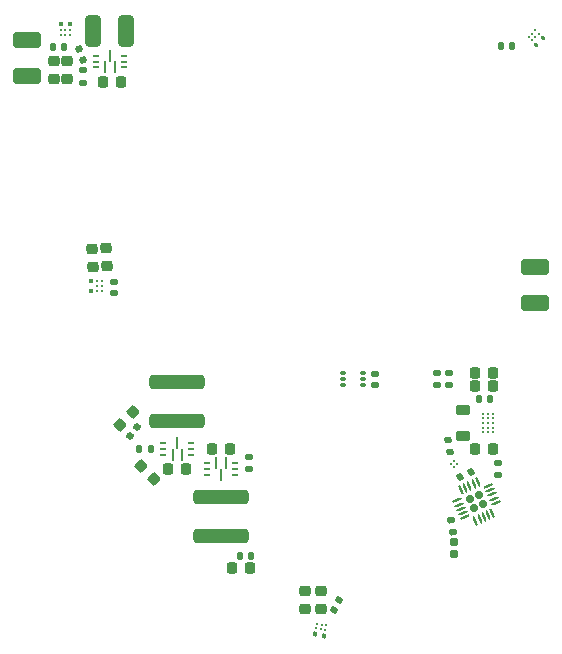
<source format=gbr>
%TF.GenerationSoftware,KiCad,Pcbnew,8.99.0-417-ga763d613e5*%
%TF.CreationDate,2024-05-16T16:31:54-04:00*%
%TF.ProjectId,thundervolt,7468756e-6465-4727-966f-6c742e6b6963,rev?*%
%TF.SameCoordinates,PX85b368ePY7384544*%
%TF.FileFunction,Paste,Top*%
%TF.FilePolarity,Positive*%
%FSLAX46Y46*%
G04 Gerber Fmt 4.6, Leading zero omitted, Abs format (unit mm)*
G04 Created by KiCad (PCBNEW 8.99.0-417-ga763d613e5) date 2024-05-16 16:31:54*
%MOMM*%
%LPD*%
G01*
G04 APERTURE LIST*
G04 Aperture macros list*
%AMRoundRect*
0 Rectangle with rounded corners*
0 $1 Rounding radius*
0 $2 $3 $4 $5 $6 $7 $8 $9 X,Y pos of 4 corners*
0 Add a 4 corners polygon primitive as box body*
4,1,4,$2,$3,$4,$5,$6,$7,$8,$9,$2,$3,0*
0 Add four circle primitives for the rounded corners*
1,1,$1+$1,$2,$3*
1,1,$1+$1,$4,$5*
1,1,$1+$1,$6,$7*
1,1,$1+$1,$8,$9*
0 Add four rect primitives between the rounded corners*
20,1,$1+$1,$2,$3,$4,$5,0*
20,1,$1+$1,$4,$5,$6,$7,0*
20,1,$1+$1,$6,$7,$8,$9,0*
20,1,$1+$1,$8,$9,$2,$3,0*%
%AMFreePoly0*
4,1,14,0.334644,0.085355,0.385355,0.034644,0.400000,-0.000711,0.400000,-0.050000,0.385355,-0.085355,0.350001,-0.100000,-0.350000,-0.100000,-0.385355,-0.085355,-0.400000,-0.050000,-0.400000,0.050000,-0.385355,0.085355,-0.350001,0.100000,0.299289,0.100000,0.334644,0.085355,0.334644,0.085355,$1*%
%AMFreePoly1*
4,1,14,0.385355,0.085355,0.400000,0.050000,0.400000,0.000711,0.385355,-0.034644,0.334644,-0.085355,0.299289,-0.100000,-0.350000,-0.100000,-0.385355,-0.085355,-0.400000,-0.050000,-0.400000,0.050000,-0.385355,0.085355,-0.350001,0.100000,0.350000,0.100000,0.385355,0.085355,0.385355,0.085355,$1*%
%AMFreePoly2*
4,1,14,0.085355,0.385355,0.100000,0.350001,0.100000,-0.350000,0.085355,-0.385355,0.050000,-0.400000,-0.050000,-0.400000,-0.085355,-0.385355,-0.100000,-0.350001,-0.100000,0.299289,-0.085355,0.334644,-0.034644,0.385355,0.000711,0.400000,0.050000,0.400000,0.085355,0.385355,0.085355,0.385355,$1*%
%AMFreePoly3*
4,1,14,0.034644,0.385355,0.085355,0.334644,0.100000,0.299289,0.100000,-0.350000,0.085355,-0.385355,0.050000,-0.400000,-0.050000,-0.400000,-0.085355,-0.385355,-0.100000,-0.350001,-0.100000,0.350000,-0.085355,0.385355,-0.050000,0.400000,-0.000711,0.400000,0.034644,0.385355,0.034644,0.385355,$1*%
%AMFreePoly4*
4,1,14,0.385355,0.085355,0.400000,0.050000,0.400000,-0.050000,0.385355,-0.085355,0.350001,-0.100000,-0.299289,-0.100000,-0.334644,-0.085355,-0.385355,-0.034644,-0.400000,0.000711,-0.400000,0.050000,-0.385355,0.085355,-0.350001,0.100000,0.350000,0.100000,0.385355,0.085355,0.385355,0.085355,$1*%
%AMFreePoly5*
4,1,14,0.385355,0.085355,0.400000,0.050000,0.400000,-0.050000,0.385355,-0.085355,0.350001,-0.100000,-0.350000,-0.100000,-0.385355,-0.085355,-0.400000,-0.050000,-0.400000,-0.000711,-0.385355,0.034644,-0.334644,0.085355,-0.299289,0.100000,0.350000,0.100000,0.385355,0.085355,0.385355,0.085355,$1*%
%AMFreePoly6*
4,1,14,0.085355,0.385355,0.100000,0.350001,0.100000,-0.299289,0.085355,-0.334644,0.034644,-0.385355,-0.000711,-0.400000,-0.050000,-0.400000,-0.085355,-0.385355,-0.100000,-0.350001,-0.100000,0.350000,-0.085355,0.385355,-0.050000,0.400000,0.050000,0.400000,0.085355,0.385355,0.085355,0.385355,$1*%
%AMFreePoly7*
4,1,14,0.085355,0.385355,0.100000,0.350001,0.100000,-0.350000,0.085355,-0.385355,0.050000,-0.400000,0.000711,-0.400000,-0.034644,-0.385355,-0.085355,-0.334644,-0.100000,-0.299289,-0.100000,0.350000,-0.085355,0.385355,-0.050000,0.400000,0.050000,0.400000,0.085355,0.385355,0.085355,0.385355,$1*%
G04 Aperture macros list end*
%ADD10RoundRect,0.140000X-0.140000X-0.170000X0.140000X-0.170000X0.140000X0.170000X-0.140000X0.170000X0*%
%ADD11RoundRect,0.140000X-0.207631X0.073414X-0.111865X-0.189700X0.207631X-0.073414X0.111865X0.189700X0*%
%ADD12RoundRect,0.225000X0.225000X0.250000X-0.225000X0.250000X-0.225000X-0.250000X0.225000X-0.250000X0*%
%ADD13RoundRect,0.225000X0.250000X-0.225000X0.250000X0.225000X-0.250000X0.225000X-0.250000X-0.225000X0*%
%ADD14RoundRect,0.295000X-2.055000X0.295000X-2.055000X-0.295000X2.055000X-0.295000X2.055000X0.295000X0*%
%ADD15RoundRect,0.135000X-0.185000X0.135000X-0.185000X-0.135000X0.185000X-0.135000X0.185000X0.135000X0*%
%ADD16RoundRect,0.135000X0.185000X-0.135000X0.185000X0.135000X-0.185000X0.135000X-0.185000X-0.135000X0*%
%ADD17RoundRect,0.250000X0.925000X-0.412500X0.925000X0.412500X-0.925000X0.412500X-0.925000X-0.412500X0*%
%ADD18RoundRect,0.135000X0.205632X-0.100824X0.158747X0.165074X-0.205632X0.100824X-0.158747X-0.165074X0*%
%ADD19RoundRect,0.225000X0.335876X0.017678X0.017678X0.335876X-0.335876X-0.017678X-0.017678X-0.335876X0*%
%ADD20RoundRect,0.140000X-0.055038X-0.213239X0.198728X-0.094906X0.055038X0.213239X-0.198728X0.094906X0*%
%ADD21RoundRect,0.225000X0.263270X-0.209318X0.235798X0.239842X-0.263270X0.209318X-0.235798X-0.239842X0*%
%ADD22RoundRect,0.140000X0.191728X-0.108353X0.143107X0.167393X-0.191728X0.108353X-0.143107X-0.167393X0*%
%ADD23RoundRect,0.250000X-0.925000X0.412500X-0.925000X-0.412500X0.925000X-0.412500X0.925000X0.412500X0*%
%ADD24RoundRect,0.140000X-0.058955X0.212189X-0.219557X-0.017173X0.058955X-0.212189X0.219557X0.017173X0*%
%ADD25RoundRect,0.225000X-0.250000X0.225000X-0.250000X-0.225000X0.250000X-0.225000X0.250000X0.225000X0*%
%ADD26RoundRect,0.295000X2.055000X-0.295000X2.055000X0.295000X-2.055000X0.295000X-2.055000X-0.295000X0*%
%ADD27RoundRect,0.225000X-0.225000X-0.250000X0.225000X-0.250000X0.225000X0.250000X-0.225000X0.250000X0*%
%ADD28RoundRect,0.045720X-0.106680X-0.157480X0.106680X-0.157480X0.106680X0.157480X-0.106680X0.157480X0*%
%ADD29RoundRect,0.050800X-0.050800X-0.050800X0.050800X-0.050800X0.050800X0.050800X-0.050800X0.050800X0*%
%ADD30RoundRect,0.062500X-0.212500X0.062500X-0.212500X-0.062500X0.212500X-0.062500X0.212500X0.062500X0*%
%ADD31RoundRect,0.050000X-0.050000X-0.425000X0.050000X-0.425000X0.050000X0.425000X-0.050000X0.425000X0*%
%ADD32RoundRect,0.135000X0.135000X0.185000X-0.135000X0.185000X-0.135000X-0.185000X0.135000X-0.185000X0*%
%ADD33RoundRect,0.140000X0.094906X-0.198728X0.213239X0.055038X-0.094906X0.198728X-0.213239X-0.055038X0*%
%ADD34RoundRect,0.162500X0.212500X-0.162500X0.212500X0.162500X-0.212500X0.162500X-0.212500X-0.162500X0*%
%ADD35RoundRect,0.045720X0.132405X0.136563X-0.077713X0.173612X-0.132405X-0.136563X0.077713X-0.173612X0*%
%ADD36RoundRect,0.050800X0.058850X0.041207X-0.041207X0.058850X-0.058850X-0.041207X0.041207X-0.058850X0*%
%ADD37RoundRect,0.140000X-0.170000X0.140000X-0.170000X-0.140000X0.170000X-0.140000X0.170000X0.140000X0*%
%ADD38RoundRect,0.062500X0.212500X-0.062500X0.212500X0.062500X-0.212500X0.062500X-0.212500X-0.062500X0*%
%ADD39RoundRect,0.050000X0.050000X0.425000X-0.050000X0.425000X-0.050000X-0.425000X0.050000X-0.425000X0*%
%ADD40RoundRect,0.140000X0.140000X0.170000X-0.140000X0.170000X-0.140000X-0.170000X0.140000X-0.170000X0*%
%ADD41RoundRect,0.225000X-0.017678X0.335876X-0.335876X0.017678X0.017678X-0.335876X0.335876X-0.017678X0*%
%ADD42RoundRect,0.045720X-0.035921X0.186789X-0.186789X0.035921X0.035921X-0.186789X0.186789X-0.035921X0*%
%ADD43RoundRect,0.050800X0.000000X0.071842X-0.071842X0.000000X0.000000X-0.071842X0.071842X0.000000X0*%
%ADD44C,0.200000*%
%ADD45C,0.208000*%
%ADD46RoundRect,0.045720X0.157480X-0.106680X0.157480X0.106680X-0.157480X0.106680X-0.157480X-0.106680X0*%
%ADD47RoundRect,0.050800X0.050800X-0.050800X0.050800X0.050800X-0.050800X0.050800X-0.050800X-0.050800X0*%
%ADD48RoundRect,0.172500X-0.229240X0.083436X-0.083436X-0.229240X0.229240X-0.083436X0.083436X0.229240X0*%
%ADD49FreePoly0,295.000000*%
%ADD50RoundRect,0.050000X-0.193232X0.296077X0.102601X-0.338339X0.193232X-0.296077X-0.102601X0.338339X0*%
%ADD51FreePoly1,295.000000*%
%ADD52FreePoly2,295.000000*%
%ADD53RoundRect,0.050000X-0.338339X-0.102601X-0.296077X-0.193232X0.338339X0.102601X0.296077X0.193232X0*%
%ADD54FreePoly3,295.000000*%
%ADD55FreePoly4,295.000000*%
%ADD56FreePoly5,295.000000*%
%ADD57FreePoly6,295.000000*%
%ADD58FreePoly7,295.000000*%
%ADD59RoundRect,0.075000X0.162500X-0.075000X0.162500X0.075000X-0.162500X0.075000X-0.162500X-0.075000X0*%
%ADD60RoundRect,0.325000X0.325000X1.025000X-0.325000X1.025000X-0.325000X-1.025000X0.325000X-1.025000X0*%
%ADD61RoundRect,0.140000X0.170000X-0.140000X0.170000X0.140000X-0.170000X0.140000X-0.170000X-0.140000X0*%
%ADD62RoundRect,0.218750X0.381250X-0.218750X0.381250X0.218750X-0.381250X0.218750X-0.381250X-0.218750X0*%
G04 APERTURE END LIST*
D10*
%TO.C,C8*%
X-1595668Y2141502D03*
X-635668Y2141502D03*
%TD*%
D11*
%TO.C,C17*%
X-15200770Y45069502D03*
X-14872430Y44167398D03*
%TD*%
D12*
%TO.C,C1*%
X-6140668Y9541502D03*
X-7690668Y9541502D03*
%TD*%
D13*
%TO.C,C11*%
X3917570Y-2333498D03*
X3917570Y-783498D03*
%TD*%
%TO.C,C10*%
X5217570Y-2333498D03*
X5217570Y-783498D03*
%TD*%
D14*
%TO.C,L2*%
X-3215668Y7196502D03*
X-3215668Y3886502D03*
%TD*%
D15*
%TO.C,R4*%
X15084332Y17651502D03*
X15084332Y16631502D03*
%TD*%
D16*
%TO.C,R7*%
X20205970Y9056432D03*
X20205970Y10076430D03*
%TD*%
D17*
%TO.C,C189*%
X23384332Y23604002D03*
X23384332Y26679002D03*
%TD*%
D16*
%TO.C,R3*%
X-14912430Y42267398D03*
X-14912430Y43287398D03*
%TD*%
D18*
%TO.C,R6*%
X16472891Y4239250D03*
X16295773Y5243754D03*
%TD*%
D19*
%TO.C,C24*%
X-8867660Y8693494D03*
X-9963676Y9789510D03*
%TD*%
D20*
%TO.C,C25*%
X17049306Y8888645D03*
X17919358Y9294359D03*
%TD*%
D21*
%TO.C,C4*%
X-12835117Y26714566D03*
X-12929743Y28261676D03*
%TD*%
D22*
%TO.C,C22*%
X16217683Y11018794D03*
X16050981Y11964210D03*
%TD*%
D23*
%TO.C,C5*%
X-19612430Y45858294D03*
X-19612430Y42783294D03*
%TD*%
D21*
%TO.C,C23*%
X-14035117Y26613844D03*
X-14129743Y28160952D03*
%TD*%
D16*
%TO.C,R2*%
X-815668Y9531502D03*
X-815668Y10551502D03*
%TD*%
D24*
%TO.C,C2*%
X-10340351Y13134695D03*
X-10890985Y12348309D03*
%TD*%
D12*
%TO.C,C15*%
X19859332Y11241502D03*
X18309332Y11241502D03*
%TD*%
%TO.C,C16*%
X-11640668Y42341502D03*
X-13190668Y42341502D03*
%TD*%
D25*
%TO.C,C18*%
X-16252430Y44132398D03*
X-16252430Y42582398D03*
%TD*%
D26*
%TO.C,L1*%
X-6915668Y13586502D03*
X-6915668Y16896502D03*
%TD*%
D27*
%TO.C,C9*%
X-2290668Y1141502D03*
X-740668Y1141502D03*
%TD*%
D28*
%TO.C,U6*%
X-16782429Y47187397D03*
X-15982431Y47187397D03*
D29*
X-16782429Y46685798D03*
X-16382430Y46685798D03*
X-15982431Y46685798D03*
X-16782429Y46285799D03*
X-16382430Y46285799D03*
X-15982431Y46285799D03*
%TD*%
D30*
%TO.C,U3*%
X-2040668Y10041502D03*
D31*
X-2815668Y10016502D03*
X-3615668Y10016502D03*
D30*
X-4390668Y10041502D03*
X-4390668Y9541502D03*
X-4390668Y9041502D03*
D31*
X-3215668Y9066502D03*
D30*
X-2040668Y9041502D03*
X-2040668Y9541502D03*
%TD*%
D32*
%TO.C,R1*%
X-9105668Y11241502D03*
X-10125668Y11241502D03*
%TD*%
D27*
%TO.C,C7*%
X-3990668Y11241502D03*
X-2440668Y11241502D03*
%TD*%
D33*
%TO.C,C27*%
X6340519Y-2382392D03*
X6746231Y-1512338D03*
%TD*%
D34*
%TO.C,D1*%
X16527570Y2312398D03*
X16527570Y3347398D03*
%TD*%
D25*
%TO.C,C19*%
X-17352430Y44132398D03*
X-17352430Y42582398D03*
%TD*%
D35*
%TO.C,U4*%
X5542033Y-4575983D03*
X4754189Y-4437065D03*
D36*
X5629135Y-4082005D03*
X5235213Y-4012546D03*
X4841291Y-3943085D03*
X5698594Y-3688083D03*
X5304672Y-3618623D03*
X4910750Y-3549164D03*
%TD*%
D37*
%TO.C,C6*%
X-12232430Y25417398D03*
X-12232430Y24457398D03*
%TD*%
D10*
%TO.C,C20*%
X20504332Y45341502D03*
X21464332Y45341502D03*
%TD*%
D38*
%TO.C,U1*%
X-8090668Y10741502D03*
D39*
X-7315668Y10766502D03*
X-6515668Y10766502D03*
D38*
X-5740668Y10741502D03*
X-5740668Y11241502D03*
X-5740668Y11741502D03*
D39*
X-6915668Y11716502D03*
D38*
X-8090668Y11741502D03*
X-8090668Y11241502D03*
%TD*%
D15*
%TO.C,R5*%
X16084332Y17651502D03*
X16084332Y16631502D03*
%TD*%
D40*
%TO.C,C14*%
X19564332Y15441502D03*
X18604332Y15441502D03*
%TD*%
D41*
%TO.C,C3*%
X-10667660Y14389510D03*
X-11763676Y13293494D03*
%TD*%
D42*
%TO.C,U8*%
X24049680Y46050121D03*
X23483994Y45484437D03*
D43*
X23694995Y46404805D03*
X23412152Y46121965D03*
X23129311Y45839122D03*
X23412153Y46687647D03*
X23129310Y46404807D03*
X22846469Y46121964D03*
%TD*%
D44*
%TO.C,U7*%
X19784332Y12641502D03*
X19384332Y12641502D03*
X18984332Y12641502D03*
X19784332Y13041502D03*
X19384332Y13041502D03*
X18984332Y13041502D03*
X19784332Y13441502D03*
X19384332Y13441502D03*
X18984332Y13441502D03*
X19784332Y13841502D03*
X19384332Y13841502D03*
X18984332Y13841502D03*
X19784332Y14241502D03*
X19384332Y14241502D03*
X18984332Y14241502D03*
%TD*%
D45*
%TO.C,U11*%
X16731819Y9941502D03*
X16484332Y9694015D03*
X16484332Y10188989D03*
X16236845Y9941502D03*
%TD*%
D46*
%TO.C,U2*%
X-14182430Y24637400D03*
X-14182430Y25437398D03*
D47*
X-13680831Y24637400D03*
X-13680831Y25037399D03*
X-13680831Y25437398D03*
X-13280832Y24637400D03*
X-13280832Y25037399D03*
X-13280832Y25437398D03*
%TD*%
D38*
%TO.C,U5*%
X-13790668Y43541502D03*
D39*
X-13015668Y43566502D03*
X-12215668Y43566502D03*
D38*
X-11440668Y43541502D03*
X-11440668Y44041502D03*
X-11440668Y44541502D03*
D39*
X-12615668Y44516502D03*
D38*
X-13790668Y44541502D03*
X-13790668Y44041502D03*
%TD*%
D48*
%TO.C,U9*%
X18639900Y7356296D03*
X17869538Y6997070D03*
X18999126Y6585934D03*
X18228764Y6226708D03*
D49*
X18546581Y8443742D03*
D50*
X18184059Y8274697D03*
X17821535Y8105647D03*
X17459012Y7936601D03*
D51*
X17096490Y7767553D03*
D52*
X16782092Y6903751D03*
D53*
X16951137Y6541229D03*
X17120187Y6178705D03*
X17289233Y5816182D03*
D54*
X17458281Y5453660D03*
D55*
X18322083Y5139262D03*
D50*
X18684605Y5308307D03*
X19047129Y5477357D03*
X19409652Y5646403D03*
D56*
X19772174Y5815451D03*
D57*
X20086572Y6679253D03*
D53*
X19917527Y7041775D03*
X19748477Y7404299D03*
X19579431Y7766822D03*
D58*
X19410383Y8129344D03*
%TD*%
D59*
%TO.C,U10*%
X7146332Y17641502D03*
X7146332Y17141502D03*
X7146332Y16641502D03*
X8822332Y16641502D03*
X8822332Y17141502D03*
X8822332Y17641502D03*
%TD*%
D12*
%TO.C,C12*%
X19859332Y16541502D03*
X18309332Y16541502D03*
%TD*%
D60*
%TO.C,L3*%
X-11215668Y46641502D03*
X-14015668Y46641502D03*
%TD*%
D61*
%TO.C,C26*%
X9834332Y16661502D03*
X9834332Y17621502D03*
%TD*%
D40*
%TO.C,C21*%
X-16502430Y45287398D03*
X-17462430Y45287398D03*
%TD*%
D12*
%TO.C,C13*%
X19859332Y17641502D03*
X18309332Y17641502D03*
%TD*%
D62*
%TO.C,L4*%
X17284332Y12379002D03*
X17284332Y14504002D03*
%TD*%
M02*

</source>
